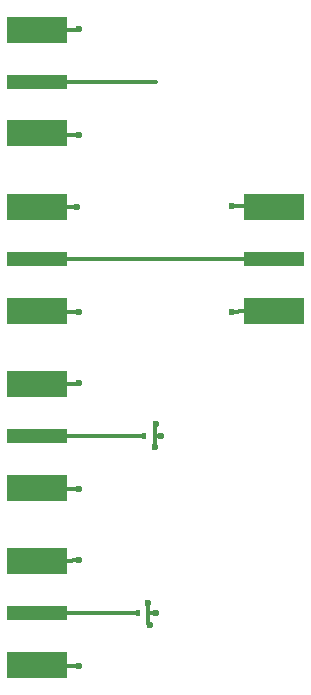
<source format=gtl>
G04 #@! TF.FileFunction,Copper,L1,Top,Signal*
%FSLAX46Y46*%
G04 Gerber Fmt 4.6, Leading zero omitted, Abs format (unit mm)*
G04 Created by KiCad (PCBNEW 4.0.2-stable) date Mon 25 Apr 2016 04:38:02 PM AKDT*
%MOMM*%
G01*
G04 APERTURE LIST*
%ADD10C,0.100000*%
%ADD11R,0.400000X0.600000*%
%ADD12R,5.080000X1.290000*%
%ADD13R,5.080000X2.290000*%
%ADD14C,0.600000*%
%ADD15C,0.350000*%
G04 APERTURE END LIST*
D10*
D11*
X159950000Y-105000000D03*
X159050000Y-105000000D03*
X159400000Y-120000000D03*
X158500000Y-120000000D03*
D12*
X150000000Y-75000000D03*
D13*
X150000000Y-79380000D03*
X150000000Y-70620000D03*
D12*
X150000000Y-90000000D03*
D13*
X150000000Y-94380000D03*
X150000000Y-85620000D03*
D12*
X150000000Y-105000000D03*
D13*
X150000000Y-109380000D03*
X150000000Y-100620000D03*
D12*
X150000000Y-120000000D03*
D13*
X150000000Y-124380000D03*
X150000000Y-115620000D03*
D12*
X170000000Y-90000000D03*
D13*
X170000000Y-85620000D03*
X170000000Y-94380000D03*
D14*
X166500000Y-94500000D03*
X166500000Y-85500000D03*
X153500000Y-70500000D03*
X153500000Y-79500000D03*
X153380000Y-85620000D03*
X153500000Y-94500000D03*
X153500000Y-100500000D03*
X153500000Y-109500000D03*
X153500000Y-115500000D03*
X153500000Y-124500000D03*
X160000000Y-120000000D03*
X159500000Y-121000000D03*
X159400000Y-119100000D03*
X159950000Y-105950000D03*
X160000000Y-104000000D03*
X160500000Y-105000000D03*
D15*
X150000000Y-75000000D02*
X160000000Y-75000000D01*
X166990000Y-94500000D02*
X166500000Y-94500000D01*
X170000000Y-94380000D02*
X167110000Y-94380000D01*
X167110000Y-94380000D02*
X166990000Y-94500000D01*
X166500000Y-85500000D02*
X169880000Y-85500000D01*
X169880000Y-85500000D02*
X170000000Y-85620000D01*
X150000000Y-70620000D02*
X153380000Y-70620000D01*
X153380000Y-70620000D02*
X153500000Y-70500000D01*
X153500000Y-79500000D02*
X150120000Y-79500000D01*
X150120000Y-79500000D02*
X150000000Y-79380000D01*
X153380000Y-85620000D02*
X150000000Y-85620000D01*
X153500000Y-94500000D02*
X150120000Y-94500000D01*
X150120000Y-94500000D02*
X150000000Y-94380000D01*
X150000000Y-100620000D02*
X153380000Y-100620000D01*
X153380000Y-100620000D02*
X153500000Y-100500000D01*
X153500000Y-109500000D02*
X150120000Y-109500000D01*
X150120000Y-109500000D02*
X150000000Y-109380000D01*
X153010000Y-115500000D02*
X153500000Y-115500000D01*
X150000000Y-115620000D02*
X152890000Y-115620000D01*
X152890000Y-115620000D02*
X153010000Y-115500000D01*
X153500000Y-124500000D02*
X150120000Y-124500000D01*
X150120000Y-124500000D02*
X150000000Y-124380000D01*
X159400000Y-120000000D02*
X160000000Y-120000000D01*
X159400000Y-120900000D02*
X159500000Y-121000000D01*
X159400000Y-120000000D02*
X159400000Y-120900000D01*
X159400000Y-120000000D02*
X159400000Y-119100000D01*
X159950000Y-105000000D02*
X159950000Y-105950000D01*
X159950000Y-105000000D02*
X159950000Y-104050000D01*
X159950000Y-104050000D02*
X160000000Y-104000000D01*
X159950000Y-105000000D02*
X160500000Y-105000000D01*
X150000000Y-105000000D02*
X158774998Y-105000000D01*
X158774998Y-105000000D02*
X159050000Y-105000000D01*
X158500000Y-120000000D02*
X150000000Y-120000000D01*
X150000000Y-90000000D02*
X170000000Y-90000000D01*
M02*

</source>
